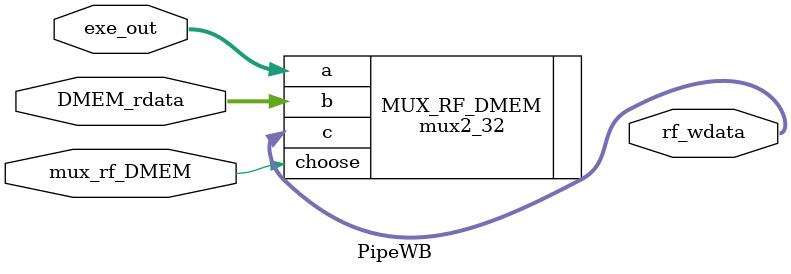
<source format=v>
`timescale 1ns/1ps
module PipeWB(
    input mux_rf_DMEM,
    input [31:0] exe_out,
    input [31:0] DMEM_rdata,
    output [31:0] rf_wdata
);
    mux2_32 MUX_RF_DMEM(
        .a(exe_out),
        .b(DMEM_rdata),
        .choose(mux_rf_DMEM),
        .c(rf_wdata)
    );
endmodule
</source>
